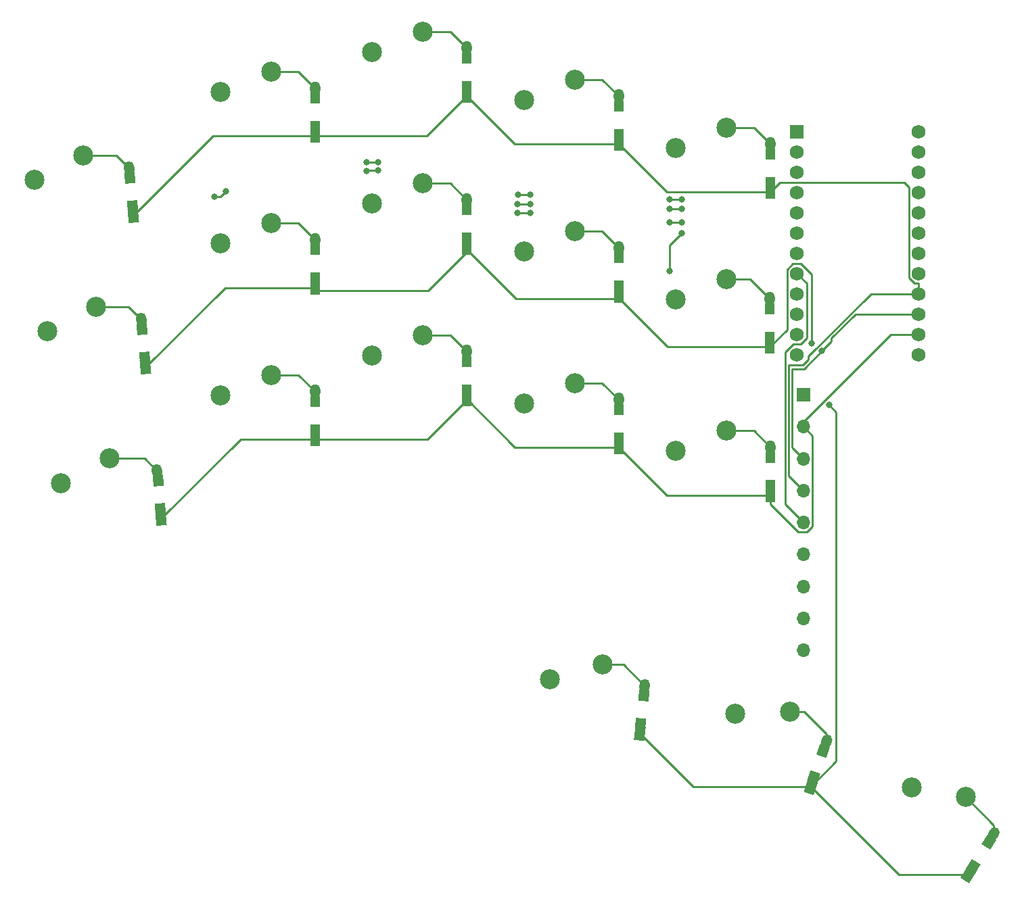
<source format=gbr>
%TF.GenerationSoftware,KiCad,Pcbnew,7.0.7*%
%TF.CreationDate,2023-11-23T18:26:16-07:00*%
%TF.ProjectId,TypestationX - Left,54797065-7374-4617-9469-6f6e58202d20,rev?*%
%TF.SameCoordinates,Original*%
%TF.FileFunction,Copper,L1,Top*%
%TF.FilePolarity,Positive*%
%FSLAX46Y46*%
G04 Gerber Fmt 4.6, Leading zero omitted, Abs format (unit mm)*
G04 Created by KiCad (PCBNEW 7.0.7) date 2023-11-23 18:26:16*
%MOMM*%
%LPD*%
G01*
G04 APERTURE LIST*
G04 Aperture macros list*
%AMHorizOval*
0 Thick line with rounded ends*
0 $1 width*
0 $2 $3 position (X,Y) of the first rounded end (center of the circle)*
0 $4 $5 position (X,Y) of the second rounded end (center of the circle)*
0 Add line between two ends*
20,1,$1,$2,$3,$4,$5,0*
0 Add two circle primitives to create the rounded ends*
1,1,$1,$2,$3*
1,1,$1,$4,$5*%
%AMRotRect*
0 Rectangle, with rotation*
0 The origin of the aperture is its center*
0 $1 length*
0 $2 width*
0 $3 Rotation angle, in degrees counterclockwise*
0 Add horizontal line*
21,1,$1,$2,0,0,$3*%
G04 Aperture macros list end*
%TA.AperFunction,ComponentPad*%
%ADD10R,1.300000X1.778000*%
%TD*%
%TA.AperFunction,SMDPad,CuDef*%
%ADD11R,1.300000X1.400000*%
%TD*%
%TA.AperFunction,ComponentPad*%
%ADD12O,1.300000X1.778000*%
%TD*%
%TA.AperFunction,ComponentPad*%
%ADD13C,2.500000*%
%TD*%
%TA.AperFunction,ComponentPad*%
%ADD14RotRect,1.778000X1.300000X95.000000*%
%TD*%
%TA.AperFunction,SMDPad,CuDef*%
%ADD15RotRect,1.400000X1.300000X275.000000*%
%TD*%
%TA.AperFunction,ComponentPad*%
%ADD16HorizOval,1.300000X-0.020830X0.238091X0.020830X-0.238091X0*%
%TD*%
%TA.AperFunction,ComponentPad*%
%ADD17RotRect,1.778000X1.300000X84.000000*%
%TD*%
%TA.AperFunction,SMDPad,CuDef*%
%ADD18RotRect,1.400000X1.300000X264.000000*%
%TD*%
%TA.AperFunction,ComponentPad*%
%ADD19HorizOval,1.300000X0.024982X0.237691X-0.024982X-0.237691X0*%
%TD*%
%TA.AperFunction,ComponentPad*%
%ADD20RotRect,1.778000X1.300000X71.000000*%
%TD*%
%TA.AperFunction,SMDPad,CuDef*%
%ADD21RotRect,1.400000X1.300000X251.000000*%
%TD*%
%TA.AperFunction,ComponentPad*%
%ADD22HorizOval,1.300000X0.077811X0.225979X-0.077811X-0.225979X0*%
%TD*%
%TA.AperFunction,ComponentPad*%
%ADD23R,1.700000X1.700000*%
%TD*%
%TA.AperFunction,ComponentPad*%
%ADD24O,1.700000X1.700000*%
%TD*%
%TA.AperFunction,ComponentPad*%
%ADD25RotRect,1.778000X1.300000X58.000000*%
%TD*%
%TA.AperFunction,SMDPad,CuDef*%
%ADD26RotRect,1.400000X1.300000X238.000000*%
%TD*%
%TA.AperFunction,ComponentPad*%
%ADD27HorizOval,1.300000X0.126651X0.202683X-0.126651X-0.202683X0*%
%TD*%
%TA.AperFunction,ComponentPad*%
%ADD28R,1.752600X1.752600*%
%TD*%
%TA.AperFunction,ComponentPad*%
%ADD29C,1.752600*%
%TD*%
%TA.AperFunction,ViaPad*%
%ADD30C,0.800000*%
%TD*%
%TA.AperFunction,Conductor*%
%ADD31C,0.250000*%
%TD*%
G04 APERTURE END LIST*
D10*
%TO.P,D14,1,K*%
%TO.N,R2*%
X88900000Y-98603631D03*
D11*
X88900000Y-97378631D03*
%TO.P,D14,2,A*%
%TO.N,Net-(D14-A)*%
X88900000Y-93828631D03*
D12*
X88900000Y-92603631D03*
%TD*%
D10*
%TO.P,D4,1,K*%
%TO.N,R4*%
X88900000Y-60603631D03*
D11*
X88900000Y-59378631D03*
%TO.P,D4,2,A*%
%TO.N,Net-(D4-A)*%
X88900000Y-55828631D03*
D12*
X88900000Y-54603631D03*
%TD*%
D13*
%TO.P,S8,1,1*%
%TO.N,C3*%
X58037381Y-68063631D03*
%TO.P,S8,2,2*%
%TO.N,Net-(D8-A)*%
X64387381Y-65523631D03*
%TD*%
%TO.P,S11,1,1*%
%TO.N,C4*%
X77037381Y-74063631D03*
%TO.P,S11,2,2*%
%TO.N,Net-(D9-A)*%
X83387381Y-71523631D03*
%TD*%
D14*
%TO.P,D6,1,K*%
%TO.N,R3*%
X29644424Y-88566322D03*
D15*
X29537658Y-87345984D03*
%TO.P,D6,2,A*%
%TO.N,Net-(D6-A)*%
X29228256Y-83809492D03*
D16*
X29121490Y-82589154D03*
%TD*%
D17*
%TO.P,D16,1,K*%
%TO.N,R1*%
X91540064Y-134417629D03*
D18*
X91668111Y-133199339D03*
%TO.P,D16,2,A*%
%TO.N,Net-(D16-A)*%
X92039187Y-129668787D03*
D19*
X92167234Y-128450497D03*
%TD*%
D13*
%TO.P,S2,1,1*%
%TO.N,C1*%
X17394293Y-84076908D03*
%TO.P,S2,2,2*%
%TO.N,Net-(D6-A)*%
X23498753Y-80993134D03*
%TD*%
D10*
%TO.P,D7,1,K*%
%TO.N,R3*%
X50900000Y-78603631D03*
D11*
X50900000Y-77378631D03*
%TO.P,D7,2,A*%
%TO.N,Net-(D7-A)*%
X50900000Y-73828631D03*
D12*
X50900000Y-72603631D03*
%TD*%
D13*
%TO.P,S5,1,1*%
%TO.N,C2*%
X39037381Y-73063631D03*
%TO.P,S5,2,2*%
%TO.N,Net-(D7-A)*%
X45387381Y-70523631D03*
%TD*%
D10*
%TO.P,D13,1,K*%
%TO.N,R2*%
X69900000Y-92603631D03*
D11*
X69900000Y-91378631D03*
%TO.P,D13,2,A*%
%TO.N,Net-(D13-A)*%
X69900000Y-87828631D03*
D12*
X69900000Y-86603631D03*
%TD*%
D14*
%TO.P,D1,1,K*%
%TO.N,R4*%
X28161467Y-69588584D03*
D15*
X28054701Y-68368246D03*
%TO.P,D1,2,A*%
%TO.N,Net-(D1-A)*%
X27745299Y-64831754D03*
D16*
X27638533Y-63611416D03*
%TD*%
D13*
%TO.P,S6,1,1*%
%TO.N,C2*%
X39037381Y-92063631D03*
%TO.P,S6,2,2*%
%TO.N,Net-(D12-A)*%
X45387381Y-89523631D03*
%TD*%
D20*
%TO.P,D17,1,K*%
%TO.N,R1*%
X112934272Y-141111856D03*
D21*
X113333093Y-139953595D03*
%TO.P,D17,2,A*%
%TO.N,Net-(D17-A)*%
X114488859Y-136597005D03*
D22*
X114887680Y-135438744D03*
%TD*%
D10*
%TO.P,D10,1,K*%
%TO.N,R3*%
X107823227Y-85999079D03*
D11*
X107823227Y-84774079D03*
%TO.P,D10,2,A*%
%TO.N,Net-(D10-A)*%
X107823227Y-81224079D03*
D12*
X107823227Y-79999079D03*
%TD*%
D10*
%TO.P,D5,1,K*%
%TO.N,R4*%
X107900000Y-66600000D03*
D11*
X107900000Y-65375000D03*
%TO.P,D5,2,A*%
%TO.N,Net-(D5-A)*%
X107900000Y-61825000D03*
D12*
X107900000Y-60600000D03*
%TD*%
D13*
%TO.P,S1,1,1*%
%TO.N,C1*%
X15757016Y-65107143D03*
%TO.P,S1,2,2*%
%TO.N,Net-(D1-A)*%
X21861476Y-62023369D03*
%TD*%
%TO.P,S7,1,1*%
%TO.N,C3*%
X58037381Y-49063631D03*
%TO.P,S7,2,2*%
%TO.N,Net-(D3-A)*%
X64387381Y-46523631D03*
%TD*%
%TO.P,S16,1,1*%
%TO.N,C3*%
X80318702Y-127667700D03*
%TO.P,S16,2,2*%
%TO.N,Net-(D16-A)*%
X86899418Y-125805370D03*
%TD*%
%TO.P,S10,1,1*%
%TO.N,C4*%
X77037381Y-55063631D03*
%TO.P,S10,2,2*%
%TO.N,Net-(D4-A)*%
X83387381Y-52523631D03*
%TD*%
%TO.P,S18,1,1*%
%TO.N,C5*%
X125590908Y-141162005D03*
%TO.P,S18,2,2*%
%TO.N,Net-(D18-A)*%
X132322008Y-142372951D03*
%TD*%
%TO.P,S4,1,1*%
%TO.N,C2*%
X39037381Y-54063631D03*
%TO.P,S4,2,2*%
%TO.N,Net-(D2-A)*%
X45387381Y-51523631D03*
%TD*%
D10*
%TO.P,D15,1,K*%
%TO.N,R2*%
X107900000Y-104603631D03*
D11*
X107900000Y-103378631D03*
%TO.P,D15,2,A*%
%TO.N,Net-(D15-A)*%
X107900000Y-99828631D03*
D12*
X107900000Y-98603631D03*
%TD*%
D13*
%TO.P,S17,1,1*%
%TO.N,C4*%
X103485469Y-131999153D03*
%TO.P,S17,2,2*%
%TO.N,Net-(D17-A)*%
X110316455Y-131664894D03*
%TD*%
D23*
%TO.P,J1,1,Pin_1*%
%TO.N,R1*%
X112000000Y-92000000D03*
D24*
%TO.P,J1,2,Pin_2*%
%TO.N,R2*%
X112000000Y-96000000D03*
%TO.P,J1,3,Pin_3*%
%TO.N,R3*%
X112000000Y-100000000D03*
%TO.P,J1,4,Pin_4*%
%TO.N,R4*%
X112000000Y-104000000D03*
%TO.P,J1,5,Pin_5*%
%TO.N,C6*%
X112000000Y-108000000D03*
%TO.P,J1,6,Pin_6*%
%TO.N,C7*%
X112000000Y-112000000D03*
%TO.P,J1,7,Pin_7*%
%TO.N,C8*%
X112000000Y-116000000D03*
%TO.P,J1,8,Pin_8*%
%TO.N,C9*%
X112000000Y-120000000D03*
%TO.P,J1,9,Pin_9*%
%TO.N,C10*%
X112000000Y-124000000D03*
%TD*%
D10*
%TO.P,D12,1,K*%
%TO.N,R2*%
X50900000Y-97600000D03*
D11*
X50900000Y-96375000D03*
%TO.P,D12,2,A*%
%TO.N,Net-(D12-A)*%
X50900000Y-92825000D03*
D12*
X50900000Y-91600000D03*
%TD*%
D10*
%TO.P,D8,1,K*%
%TO.N,R3*%
X69900000Y-73603631D03*
D11*
X69900000Y-72378631D03*
%TO.P,D8,2,A*%
%TO.N,Net-(D8-A)*%
X69900000Y-68828631D03*
D12*
X69900000Y-67603631D03*
%TD*%
D13*
%TO.P,S3,1,1*%
%TO.N,C1*%
X19042924Y-103065448D03*
%TO.P,S3,2,2*%
%TO.N,Net-(D11-A)*%
X25147384Y-99981674D03*
%TD*%
%TO.P,S14,1,1*%
%TO.N,C5*%
X96037381Y-80063631D03*
%TO.P,S14,2,2*%
%TO.N,Net-(D10-A)*%
X102387381Y-77523631D03*
%TD*%
D10*
%TO.P,D2,1,K*%
%TO.N,R4*%
X50900000Y-59600000D03*
D11*
X50900000Y-58375000D03*
%TO.P,D2,2,A*%
%TO.N,Net-(D2-A)*%
X50900000Y-54825000D03*
D12*
X50900000Y-53600000D03*
%TD*%
D10*
%TO.P,D9,1,K*%
%TO.N,R3*%
X88900000Y-79603631D03*
D11*
X88900000Y-78378631D03*
%TO.P,D9,2,A*%
%TO.N,Net-(D9-A)*%
X88900000Y-74828631D03*
D12*
X88900000Y-73603631D03*
%TD*%
D13*
%TO.P,S13,1,1*%
%TO.N,C5*%
X96037381Y-61063631D03*
%TO.P,S13,2,2*%
%TO.N,Net-(D5-A)*%
X102387381Y-58523631D03*
%TD*%
D25*
%TO.P,D18,1,K*%
%TO.N,R1*%
X132670603Y-152118538D03*
D26*
X133319754Y-151079679D03*
%TO.P,D18,2,A*%
%TO.N,Net-(D18-A)*%
X135200968Y-148069109D03*
D27*
X135850119Y-147030250D03*
%TD*%
D14*
%TO.P,D11,1,K*%
%TO.N,R2*%
X31640760Y-107524442D03*
D15*
X31533994Y-106304104D03*
%TO.P,D11,2,A*%
%TO.N,Net-(D11-A)*%
X31224592Y-102767612D03*
D16*
X31117826Y-101547274D03*
%TD*%
D10*
%TO.P,D3,1,K*%
%TO.N,R4*%
X69900000Y-54603631D03*
D11*
X69900000Y-53378631D03*
%TO.P,D3,2,A*%
%TO.N,Net-(D3-A)*%
X69900000Y-49828631D03*
D12*
X69900000Y-48603631D03*
%TD*%
D13*
%TO.P,S12,1,1*%
%TO.N,C4*%
X77037381Y-93063631D03*
%TO.P,S12,2,2*%
%TO.N,Net-(D14-A)*%
X83387381Y-90523631D03*
%TD*%
%TO.P,S9,1,1*%
%TO.N,C3*%
X58037381Y-87063631D03*
%TO.P,S9,2,2*%
%TO.N,Net-(D13-A)*%
X64387381Y-84523631D03*
%TD*%
%TO.P,S15,1,1*%
%TO.N,C5*%
X96037381Y-99063631D03*
%TO.P,S15,2,2*%
%TO.N,Net-(D15-A)*%
X102387381Y-96523631D03*
%TD*%
D28*
%TO.P,U2,1,TX0/PD3*%
%TO.N,C1*%
X111180000Y-59030000D03*
D29*
%TO.P,U2,2,RX1/PD2*%
%TO.N,C2*%
X111180000Y-61570000D03*
%TO.P,U2,3,GND*%
%TO.N,unconnected-(U2-GND-Pad3)*%
X111180000Y-64110000D03*
%TO.P,U2,4,GND*%
%TO.N,unconnected-(U2-GND-Pad4)*%
X111180000Y-66650000D03*
%TO.P,U2,5,2/PD1*%
%TO.N,C3*%
X111180000Y-69190000D03*
%TO.P,U2,6,3/PD0*%
%TO.N,C4*%
X111180000Y-71730000D03*
%TO.P,U2,7,4/PD4*%
%TO.N,C5*%
X111180000Y-74270000D03*
%TO.P,U2,8,5/PC6*%
%TO.N,C6*%
X111180000Y-76810000D03*
%TO.P,U2,9,6/PD7*%
%TO.N,C7*%
X111180000Y-79350000D03*
%TO.P,U2,10,7/PE6*%
%TO.N,C8*%
X111180000Y-81890000D03*
%TO.P,U2,11,8/PB4*%
%TO.N,C9*%
X111180000Y-84430000D03*
%TO.P,U2,12,9/PB5*%
%TO.N,C10*%
X111180000Y-86970000D03*
%TO.P,U2,13,10/PB6*%
%TO.N,R1*%
X126420000Y-86970000D03*
%TO.P,U2,14,16/PB2*%
%TO.N,R2*%
X126420000Y-84430000D03*
%TO.P,U2,15,14/PB3*%
%TO.N,R3*%
X126420000Y-81890000D03*
%TO.P,U2,16,15/PB1*%
%TO.N,R4*%
X126420000Y-79350000D03*
%TO.P,U2,17,A0/PF7*%
%TO.N,unconnected-(U2-A0{slash}PF7-Pad17)*%
X126420000Y-76810000D03*
%TO.P,U2,18,A1/PF6*%
%TO.N,unconnected-(U2-A1{slash}PF6-Pad18)*%
X126420000Y-74270000D03*
%TO.P,U2,19,A2/PF5*%
%TO.N,unconnected-(U2-A2{slash}PF5-Pad19)*%
X126420000Y-71730000D03*
%TO.P,U2,20,A3/PF4*%
%TO.N,unconnected-(U2-A3{slash}PF4-Pad20)*%
X126420000Y-69190000D03*
%TO.P,U2,21,VCC*%
%TO.N,unconnected-(U2-VCC-Pad21)*%
X126420000Y-66650000D03*
%TO.P,U2,22,RST*%
%TO.N,unconnected-(U2-RST-Pad22)*%
X126420000Y-64110000D03*
%TO.P,U2,23,GND*%
%TO.N,unconnected-(U2-GND-Pad23)*%
X126420000Y-61570000D03*
%TO.P,U2,24,RAW*%
%TO.N,unconnected-(U2-RAW-Pad24)*%
X126420000Y-59030000D03*
%TD*%
D30*
%TO.N,R3*%
X114341425Y-86517277D03*
X113023227Y-85599079D03*
%TO.N,R1*%
X115223227Y-93299079D03*
%TO.N,C1*%
X76312881Y-66899079D03*
X77823227Y-66899079D03*
X96823227Y-67499079D03*
X57312881Y-62899079D03*
X58823227Y-62899079D03*
X38312881Y-67199079D03*
X95312881Y-67499079D03*
X39761881Y-66499079D03*
%TO.N,C2*%
X77823227Y-68099079D03*
X95312881Y-68699079D03*
X57312881Y-63999079D03*
X76223227Y-68099079D03*
X96823227Y-68699079D03*
X58761881Y-63899079D03*
%TO.N,C3*%
X95312881Y-70399079D03*
X76223227Y-69199079D03*
X96761881Y-70399079D03*
X77823227Y-69199079D03*
%TO.N,C4*%
X96761881Y-71799079D03*
X95312881Y-76499079D03*
%TD*%
D31*
%TO.N,R4*%
X110173227Y-88299079D02*
X111923227Y-88299079D01*
X112623227Y-87599079D02*
X112623227Y-87199079D01*
X50900000Y-59600000D02*
X64903631Y-59600000D01*
X125218700Y-77307595D02*
X125922405Y-78011300D01*
X112623227Y-87199079D02*
X120472306Y-79350000D01*
X64903631Y-59600000D02*
X69900000Y-54603631D01*
X38150051Y-59600000D02*
X50900000Y-59600000D01*
X94896369Y-66600000D02*
X88900000Y-60603631D01*
X125922405Y-78011300D02*
X126420000Y-78011300D01*
X109051300Y-65448700D02*
X124672848Y-65448700D01*
X112000000Y-104000000D02*
X110173227Y-102173227D01*
X107900000Y-66600000D02*
X109051300Y-65448700D01*
X110173227Y-102173227D02*
X110173227Y-88299079D01*
X28161467Y-69588584D02*
X38150051Y-59600000D01*
X88900000Y-60603631D02*
X75900000Y-60603631D01*
X124672848Y-65448700D02*
X125218700Y-65994552D01*
X111923227Y-88299079D02*
X112623227Y-87599079D01*
X107900000Y-66600000D02*
X94896369Y-66600000D01*
X120472306Y-79350000D02*
X126420000Y-79350000D01*
X126420000Y-78011300D02*
X126420000Y-79350000D01*
X75900000Y-60603631D02*
X69900000Y-54603631D01*
X125218700Y-65994552D02*
X125218700Y-77307595D01*
%TO.N,Net-(D1-A)*%
X26050486Y-62023369D02*
X27638533Y-63611416D01*
X21861476Y-62023369D02*
X26050486Y-62023369D01*
%TO.N,Net-(D2-A)*%
X45387381Y-51523631D02*
X48823631Y-51523631D01*
X48823631Y-51523631D02*
X50900000Y-53600000D01*
%TO.N,Net-(D3-A)*%
X64387381Y-46523631D02*
X67820000Y-46523631D01*
X67820000Y-46523631D02*
X69900000Y-48603631D01*
%TO.N,Net-(D4-A)*%
X86820000Y-52523631D02*
X88900000Y-54603631D01*
X83387381Y-52523631D02*
X86820000Y-52523631D01*
%TO.N,Net-(D5-A)*%
X102387381Y-58523631D02*
X105823631Y-58523631D01*
X105823631Y-58523631D02*
X107900000Y-60600000D01*
%TO.N,R3*%
X107823227Y-85999079D02*
X95019596Y-85999079D01*
X113023227Y-76954332D02*
X113023227Y-85599079D01*
X95019596Y-85999079D02*
X89023227Y-80002710D01*
X110673227Y-88749079D02*
X110623227Y-88799079D01*
X110623227Y-88799079D02*
X110623227Y-98623227D01*
X110623227Y-98623227D02*
X112000000Y-100000000D01*
X118568702Y-81890000D02*
X115541425Y-84917277D01*
X109978700Y-76312405D02*
X110682405Y-75608700D01*
X112109623Y-88749079D02*
X110673227Y-88749079D01*
X76023227Y-80002710D02*
X70023227Y-74002710D01*
X109978700Y-83843606D02*
X109978700Y-76312405D01*
X110682405Y-75608700D02*
X111677595Y-75608700D01*
X115541425Y-84917277D02*
X115541425Y-85317277D01*
X39607115Y-78603631D02*
X29644424Y-88566322D01*
X111677595Y-75608700D02*
X113023227Y-76954332D01*
X107823227Y-85999079D02*
X109978700Y-83843606D01*
X89023227Y-80002710D02*
X76023227Y-80002710D01*
X65026858Y-78999079D02*
X51023227Y-78999079D01*
X126420000Y-81890000D02*
X118568702Y-81890000D01*
X114341425Y-86517277D02*
X112109623Y-88749079D01*
X70023227Y-74002710D02*
X65026858Y-78999079D01*
X50900000Y-78603631D02*
X39607115Y-78603631D01*
X115541425Y-85317277D02*
X114341425Y-86517277D01*
%TO.N,Net-(D6-A)*%
X27525470Y-80993134D02*
X29121490Y-82589154D01*
X23498753Y-80993134D02*
X27525470Y-80993134D01*
%TO.N,Net-(D7-A)*%
X48820000Y-70523631D02*
X50900000Y-72603631D01*
X45387381Y-70523631D02*
X48820000Y-70523631D01*
%TO.N,Net-(D8-A)*%
X67820000Y-65523631D02*
X69900000Y-67603631D01*
X64387381Y-65523631D02*
X67820000Y-65523631D01*
%TO.N,Net-(D9-A)*%
X86820000Y-71523631D02*
X88900000Y-73603631D01*
X83387381Y-71523631D02*
X86820000Y-71523631D01*
%TO.N,Net-(D10-A)*%
X105347779Y-77523631D02*
X102387381Y-77523631D01*
X107823227Y-79999079D02*
X105347779Y-77523631D01*
%TO.N,R2*%
X122993223Y-84430000D02*
X126420000Y-84430000D01*
X112000000Y-95423223D02*
X122993223Y-84430000D01*
X107900000Y-105742631D02*
X111332369Y-109175000D01*
X107900000Y-104603631D02*
X107900000Y-105742631D01*
X50923227Y-97599079D02*
X64926858Y-97599079D01*
X64926858Y-97599079D02*
X69923227Y-92602710D01*
X75923227Y-98602710D02*
X69923227Y-92602710D01*
X88923227Y-98602710D02*
X75923227Y-98602710D01*
X94919596Y-104599079D02*
X88923227Y-98602710D01*
X111332369Y-109175000D02*
X112486701Y-109175000D01*
X107923227Y-104599079D02*
X94919596Y-104599079D01*
X113175000Y-97175000D02*
X112000000Y-96000000D01*
X112486701Y-109175000D02*
X113175000Y-108486701D01*
X113175000Y-108486701D02*
X113175000Y-97175000D01*
X31640760Y-107524442D02*
X41565202Y-97600000D01*
X41565202Y-97600000D02*
X50900000Y-97600000D01*
X112000000Y-96000000D02*
X112000000Y-95423223D01*
%TO.N,Net-(D11-A)*%
X29552226Y-99981674D02*
X31117826Y-101547274D01*
X25147384Y-99981674D02*
X29552226Y-99981674D01*
%TO.N,Net-(D12-A)*%
X48823631Y-89523631D02*
X50900000Y-91600000D01*
X45387381Y-89523631D02*
X48823631Y-89523631D01*
%TO.N,Net-(D13-A)*%
X64387381Y-84523631D02*
X67820000Y-84523631D01*
X67820000Y-84523631D02*
X69900000Y-86603631D01*
%TO.N,Net-(D14-A)*%
X86820000Y-90523631D02*
X88900000Y-92603631D01*
X83387381Y-90523631D02*
X86820000Y-90523631D01*
%TO.N,Net-(D15-A)*%
X102387381Y-96523631D02*
X105820000Y-96523631D01*
X105820000Y-96523631D02*
X107900000Y-98603631D01*
%TO.N,R1*%
X116123227Y-137922901D02*
X116123227Y-94199079D01*
X123940954Y-152118538D02*
X132670603Y-152118538D01*
X91540064Y-134417629D02*
X98234291Y-141111856D01*
X112934272Y-141111856D02*
X123940954Y-152118538D01*
X116123227Y-94199079D02*
X115223227Y-93299079D01*
X98234291Y-141111856D02*
X112934272Y-141111856D01*
X112934272Y-141111856D02*
X116123227Y-137922901D01*
%TO.N,Net-(D16-A)*%
X86899418Y-125805370D02*
X89522107Y-125805370D01*
X89522107Y-125805370D02*
X92167234Y-128450497D01*
%TO.N,Net-(D17-A)*%
X112089042Y-131664894D02*
X110316455Y-131664894D01*
X114887680Y-135438744D02*
X114887680Y-134463532D01*
X114887680Y-134463532D02*
X112089042Y-131664894D01*
%TO.N,Net-(D18-A)*%
X135850119Y-145901062D02*
X135850119Y-147030250D01*
X132322008Y-142372951D02*
X135850119Y-145901062D01*
%TO.N,C6*%
X112423227Y-78053227D02*
X111180000Y-76810000D01*
X112423227Y-84885668D02*
X112423227Y-78053227D01*
X109723227Y-105723227D02*
X109723227Y-86699079D01*
X111677595Y-85631300D02*
X112423227Y-84885668D01*
X110791006Y-85631300D02*
X111677595Y-85631300D01*
X112000000Y-108000000D02*
X109723227Y-105723227D01*
X109723227Y-86699079D02*
X110791006Y-85631300D01*
%TO.N,C1*%
X77823227Y-66899079D02*
X76312881Y-66899079D01*
X57312881Y-62899079D02*
X58823227Y-62899079D01*
X39061881Y-67199079D02*
X39761881Y-66499079D01*
X38312881Y-67199079D02*
X39061881Y-67199079D01*
X96823227Y-67499079D02*
X95312881Y-67499079D01*
%TO.N,C2*%
X77823227Y-68099079D02*
X76223227Y-68099079D01*
X58761881Y-63899079D02*
X57412881Y-63899079D01*
X57412881Y-63899079D02*
X57312881Y-63999079D01*
X96823227Y-68699079D02*
X95312881Y-68699079D01*
%TO.N,C3*%
X96761881Y-70399079D02*
X95312881Y-70399079D01*
X77823227Y-69199079D02*
X76223227Y-69199079D01*
%TO.N,C4*%
X96761881Y-71799079D02*
X95312881Y-73248079D01*
X95312881Y-73248079D02*
X95312881Y-76499079D01*
%TD*%
M02*

</source>
